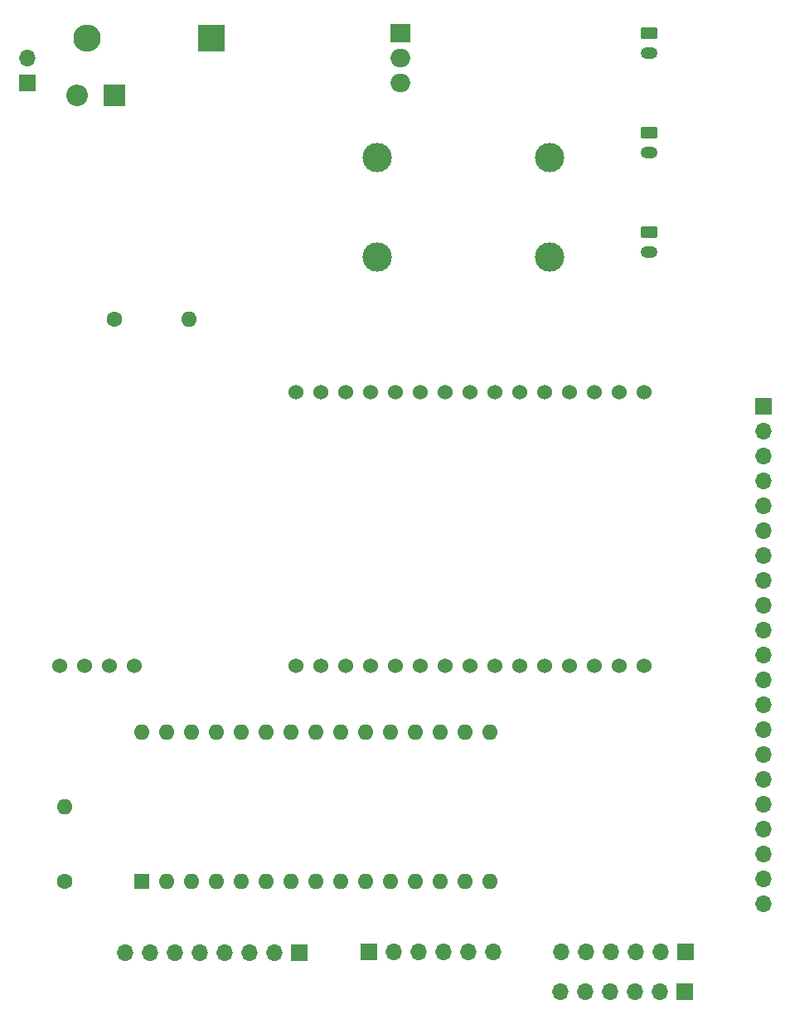
<source format=gbs>
G04 #@! TF.GenerationSoftware,KiCad,Pcbnew,(6.0.9)*
G04 #@! TF.CreationDate,2023-01-12T19:49:21+01:00*
G04 #@! TF.ProjectId,vogelhuisje_kicad,766f6765-6c68-4756-9973-6a655f6b6963,rev?*
G04 #@! TF.SameCoordinates,Original*
G04 #@! TF.FileFunction,Soldermask,Bot*
G04 #@! TF.FilePolarity,Negative*
%FSLAX46Y46*%
G04 Gerber Fmt 4.6, Leading zero omitted, Abs format (unit mm)*
G04 Created by KiCad (PCBNEW (6.0.9)) date 2023-01-12 19:49:21*
%MOMM*%
%LPD*%
G01*
G04 APERTURE LIST*
G04 Aperture macros list*
%AMRoundRect*
0 Rectangle with rounded corners*
0 $1 Rounding radius*
0 $2 $3 $4 $5 $6 $7 $8 $9 X,Y pos of 4 corners*
0 Add a 4 corners polygon primitive as box body*
4,1,4,$2,$3,$4,$5,$6,$7,$8,$9,$2,$3,0*
0 Add four circle primitives for the rounded corners*
1,1,$1+$1,$2,$3*
1,1,$1+$1,$4,$5*
1,1,$1+$1,$6,$7*
1,1,$1+$1,$8,$9*
0 Add four rect primitives between the rounded corners*
20,1,$1+$1,$2,$3,$4,$5,0*
20,1,$1+$1,$4,$5,$6,$7,0*
20,1,$1+$1,$6,$7,$8,$9,0*
20,1,$1+$1,$8,$9,$2,$3,0*%
G04 Aperture macros list end*
%ADD10R,1.700000X1.700000*%
%ADD11O,1.700000X1.700000*%
%ADD12R,2.200000X2.200000*%
%ADD13O,2.200000X2.200000*%
%ADD14C,3.000000*%
%ADD15C,1.600000*%
%ADD16O,1.600000X1.600000*%
%ADD17RoundRect,0.250000X-0.625000X0.350000X-0.625000X-0.350000X0.625000X-0.350000X0.625000X0.350000X0*%
%ADD18O,1.750000X1.200000*%
%ADD19R,2.000000X1.905000*%
%ADD20O,2.000000X1.905000*%
%ADD21R,2.800000X2.800000*%
%ADD22O,2.800000X2.800000*%
%ADD23R,1.600000X1.600000*%
%ADD24C,1.524000*%
G04 APERTURE END LIST*
D10*
X76200000Y-81280000D03*
D11*
X76200000Y-78740000D03*
D12*
X85090000Y-82550000D03*
D13*
X81280000Y-82550000D03*
D14*
X111920000Y-88885000D03*
X111920000Y-99085000D03*
X129520000Y-88885000D03*
X129520000Y-99085000D03*
D15*
X85090000Y-105410000D03*
D16*
X92710000Y-105410000D03*
D17*
X139700000Y-96520000D03*
D18*
X139700000Y-98520000D03*
D19*
X114300000Y-76200000D03*
D20*
X114300000Y-78740000D03*
X114300000Y-81280000D03*
D10*
X143350000Y-174025000D03*
D11*
X140810000Y-174025000D03*
X138270000Y-174025000D03*
X135730000Y-174025000D03*
X133190000Y-174025000D03*
X130650000Y-174025000D03*
D15*
X80000000Y-162810000D03*
D16*
X80000000Y-155190000D03*
D21*
X95000000Y-76730000D03*
D22*
X82300000Y-76730000D03*
D10*
X104000000Y-170050000D03*
D11*
X101460000Y-170050000D03*
X98920000Y-170050000D03*
X96380000Y-170050000D03*
X93840000Y-170050000D03*
X91300000Y-170050000D03*
X88760000Y-170050000D03*
X86220000Y-170050000D03*
D17*
X139700000Y-76200000D03*
D18*
X139700000Y-78200000D03*
D23*
X87925000Y-162835000D03*
D16*
X90465000Y-162835000D03*
X93005000Y-162835000D03*
X95545000Y-162835000D03*
X98085000Y-162835000D03*
X100625000Y-162835000D03*
X103165000Y-162835000D03*
X105705000Y-162835000D03*
X108245000Y-162835000D03*
X110785000Y-162835000D03*
X113325000Y-162835000D03*
X115865000Y-162835000D03*
X118405000Y-162835000D03*
X120945000Y-162835000D03*
X123485000Y-162835000D03*
X123485000Y-147595000D03*
X120945000Y-147595000D03*
X118405000Y-147595000D03*
X115865000Y-147595000D03*
X113325000Y-147595000D03*
X110785000Y-147595000D03*
X108245000Y-147595000D03*
X105705000Y-147595000D03*
X103165000Y-147595000D03*
X100625000Y-147595000D03*
X98085000Y-147595000D03*
X95545000Y-147595000D03*
X93005000Y-147595000D03*
X90465000Y-147595000D03*
X87925000Y-147595000D03*
D10*
X151384000Y-114300000D03*
D11*
X151384000Y-116840000D03*
X151384000Y-119380000D03*
X151384000Y-121920000D03*
X151384000Y-124460000D03*
X151384000Y-127000000D03*
X151384000Y-129540000D03*
X151384000Y-132080000D03*
X151384000Y-134620000D03*
X151384000Y-137160000D03*
X151384000Y-139700000D03*
X151384000Y-142240000D03*
X151384000Y-144780000D03*
X151384000Y-147320000D03*
X151384000Y-149860000D03*
X151384000Y-152400000D03*
X151384000Y-154940000D03*
X151384000Y-157480000D03*
X151384000Y-160020000D03*
X151384000Y-162560000D03*
X151384000Y-165100000D03*
D10*
X143475000Y-170025000D03*
D11*
X140935000Y-170025000D03*
X138395000Y-170025000D03*
X135855000Y-170025000D03*
X133315000Y-170025000D03*
X130775000Y-170025000D03*
D10*
X111125000Y-170000000D03*
D11*
X113665000Y-170000000D03*
X116205000Y-170000000D03*
X118745000Y-170000000D03*
X121285000Y-170000000D03*
X123825000Y-170000000D03*
D24*
X139200000Y-112840000D03*
X136660000Y-112840000D03*
X134120000Y-112840000D03*
X131580000Y-112840000D03*
X129040000Y-112840000D03*
X126500000Y-112840000D03*
X123960000Y-112840000D03*
X121420000Y-112840000D03*
X118880000Y-112840000D03*
X116340000Y-112840000D03*
X113800000Y-112840000D03*
X111260000Y-112840000D03*
X108720000Y-112840000D03*
X106180000Y-112840000D03*
X103640000Y-112840000D03*
X139200000Y-140780000D03*
X136660000Y-140780000D03*
X134120000Y-140780000D03*
X131580000Y-140780000D03*
X129040000Y-140780000D03*
X126500000Y-140780000D03*
X123960000Y-140780000D03*
X121420000Y-140780000D03*
X118880000Y-140780000D03*
X116340000Y-140780000D03*
X113800000Y-140780000D03*
X111260000Y-140780000D03*
X108720000Y-140780000D03*
X106180000Y-140780000D03*
X103640000Y-140780000D03*
X87140000Y-140780000D03*
X84600000Y-140780000D03*
X82060000Y-140780000D03*
X79520000Y-140780000D03*
D17*
X139700000Y-86360000D03*
D18*
X139700000Y-88360000D03*
M02*

</source>
